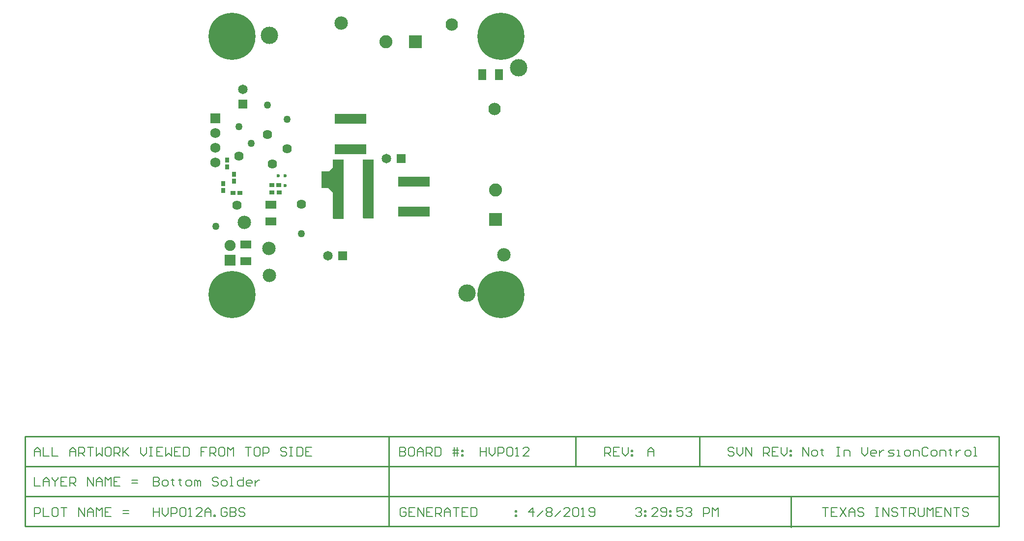
<source format=gbs>
G04*
G04 #@! TF.GenerationSoftware,Altium Limited,Altium Designer,18.1.9 (240)*
G04*
G04 Layer_Color=16711935*
%FSAX25Y25*%
%MOIN*%
G70*
G01*
G75*
%ADD16C,0.01000*%
%ADD17C,0.00800*%
%ADD68C,0.11811*%
%ADD69R,0.03543X0.02756*%
%ADD76C,0.04994*%
%ADD77C,0.06394*%
%ADD78C,0.31890*%
%ADD79R,0.07480X0.07480*%
%ADD80C,0.07480*%
%ADD81R,0.08858X0.08858*%
%ADD82C,0.08858*%
%ADD83C,0.06496*%
%ADD84R,0.06496X0.06496*%
%ADD85C,0.06890*%
%ADD86R,0.06890X0.06890*%
%ADD87R,0.08858X0.08858*%
%ADD88R,0.06496X0.06496*%
%ADD89C,0.09094*%
%ADD90C,0.08394*%
%ADD91C,0.02362*%
%ADD128R,0.07677X0.05512*%
%ADD129R,0.21260X0.06693*%
%ADD130R,0.07402X0.29173*%
%ADD131R,0.02756X0.03543*%
%ADD132R,0.05512X0.07677*%
G36*
X0251300Y0282600D02*
Y0265800D01*
X0249300Y0265900D01*
Y0266100D01*
X0245500Y0269900D01*
X0241200D01*
X0241100Y0269800D01*
Y0281400D01*
X0241200Y0281300D01*
X0246300D01*
X0248700Y0283700D01*
X0250000D01*
X0250100Y0283800D01*
X0251300Y0282600D01*
D02*
G37*
G36*
X0256100Y0262000D02*
Y0249100D01*
X0255700Y0248700D01*
X0249400D01*
X0248600Y0249500D01*
Y0262500D01*
X0248700Y0262600D01*
X0256100Y0262000D01*
D02*
G37*
G36*
X0276400Y0262400D02*
Y0249500D01*
X0276000Y0249100D01*
X0269700D01*
X0268900Y0249900D01*
Y0262900D01*
X0269000Y0263000D01*
X0276400Y0262400D01*
D02*
G37*
G54D16*
X0497200Y0080717D02*
Y0101050D01*
X0413200Y0080717D02*
Y0101050D01*
X0040000Y0080717D02*
X0700200D01*
X0040000Y0060383D02*
X0700000D01*
X0040000Y0040050D02*
X0440500D01*
X0040050Y0101050D02*
X0700200D01*
X0040050Y0040050D02*
Y0101050D01*
Y0040050D02*
X0197600D01*
X0040000D02*
Y0101050D01*
X0286500Y0040050D02*
Y0101050D01*
X0700200Y0040050D02*
Y0101050D01*
X0440500Y0040050D02*
X0700200D01*
X0559400Y0039400D02*
Y0059683D01*
G54D17*
X0126900Y0073549D02*
Y0067551D01*
X0129899D01*
X0130899Y0068550D01*
Y0069550D01*
X0129899Y0070550D01*
X0126900D01*
X0129899D01*
X0130899Y0071549D01*
Y0072549D01*
X0129899Y0073549D01*
X0126900D01*
X0133898Y0067551D02*
X0135897D01*
X0136897Y0068550D01*
Y0070550D01*
X0135897Y0071549D01*
X0133898D01*
X0132898Y0070550D01*
Y0068550D01*
X0133898Y0067551D01*
X0139896Y0072549D02*
Y0071549D01*
X0138896D01*
X0140895D01*
X0139896D01*
Y0068550D01*
X0140895Y0067551D01*
X0144894Y0072549D02*
Y0071549D01*
X0143895D01*
X0145894D01*
X0144894D01*
Y0068550D01*
X0145894Y0067551D01*
X0149893D02*
X0151892D01*
X0152892Y0068550D01*
Y0070550D01*
X0151892Y0071549D01*
X0149893D01*
X0148893Y0070550D01*
Y0068550D01*
X0149893Y0067551D01*
X0154891D02*
Y0071549D01*
X0155891D01*
X0156890Y0070550D01*
Y0067551D01*
Y0070550D01*
X0157890Y0071549D01*
X0158890Y0070550D01*
Y0067551D01*
X0170886Y0072549D02*
X0169886Y0073549D01*
X0167887D01*
X0166887Y0072549D01*
Y0071549D01*
X0167887Y0070550D01*
X0169886D01*
X0170886Y0069550D01*
Y0068550D01*
X0169886Y0067551D01*
X0167887D01*
X0166887Y0068550D01*
X0173885Y0067551D02*
X0175884D01*
X0176884Y0068550D01*
Y0070550D01*
X0175884Y0071549D01*
X0173885D01*
X0172885Y0070550D01*
Y0068550D01*
X0173885Y0067551D01*
X0178883D02*
X0180883D01*
X0179883D01*
Y0073549D01*
X0178883D01*
X0187880D02*
Y0067551D01*
X0184881D01*
X0183882Y0068550D01*
Y0070550D01*
X0184881Y0071549D01*
X0187880D01*
X0192879Y0067551D02*
X0190879D01*
X0189880Y0068550D01*
Y0070550D01*
X0190879Y0071549D01*
X0192879D01*
X0193878Y0070550D01*
Y0069550D01*
X0189880D01*
X0195878Y0071549D02*
Y0067551D01*
Y0069550D01*
X0196877Y0070550D01*
X0197877Y0071549D01*
X0198877D01*
X0567400Y0087833D02*
Y0093831D01*
X0571399Y0087833D01*
Y0093831D01*
X0574398Y0087833D02*
X0576397D01*
X0577397Y0088833D01*
Y0090832D01*
X0576397Y0091832D01*
X0574398D01*
X0573398Y0090832D01*
Y0088833D01*
X0574398Y0087833D01*
X0580396Y0092832D02*
Y0091832D01*
X0579396D01*
X0581395D01*
X0580396D01*
Y0088833D01*
X0581395Y0087833D01*
X0590393Y0093831D02*
X0592392D01*
X0591392D01*
Y0087833D01*
X0590393D01*
X0592392D01*
X0595391D02*
Y0091832D01*
X0598390D01*
X0599390Y0090832D01*
Y0087833D01*
X0607387Y0093831D02*
Y0089833D01*
X0609386Y0087833D01*
X0611386Y0089833D01*
Y0093831D01*
X0616384Y0087833D02*
X0614385D01*
X0613385Y0088833D01*
Y0090832D01*
X0614385Y0091832D01*
X0616384D01*
X0617384Y0090832D01*
Y0089833D01*
X0613385D01*
X0619383Y0091832D02*
Y0087833D01*
Y0089833D01*
X0620383Y0090832D01*
X0621383Y0091832D01*
X0622382D01*
X0625381Y0087833D02*
X0628380D01*
X0629380Y0088833D01*
X0628380Y0089833D01*
X0626381D01*
X0625381Y0090832D01*
X0626381Y0091832D01*
X0629380D01*
X0631379Y0087833D02*
X0633379D01*
X0632379D01*
Y0091832D01*
X0631379D01*
X0637377Y0087833D02*
X0639377D01*
X0640376Y0088833D01*
Y0090832D01*
X0639377Y0091832D01*
X0637377D01*
X0636378Y0090832D01*
Y0088833D01*
X0637377Y0087833D01*
X0642376D02*
Y0091832D01*
X0645375D01*
X0646374Y0090832D01*
Y0087833D01*
X0652373Y0092832D02*
X0651373Y0093831D01*
X0649373D01*
X0648374Y0092832D01*
Y0088833D01*
X0649373Y0087833D01*
X0651373D01*
X0652373Y0088833D01*
X0655372Y0087833D02*
X0657371D01*
X0658371Y0088833D01*
Y0090832D01*
X0657371Y0091832D01*
X0655372D01*
X0654372Y0090832D01*
Y0088833D01*
X0655372Y0087833D01*
X0660370D02*
Y0091832D01*
X0663369D01*
X0664369Y0090832D01*
Y0087833D01*
X0667368Y0092832D02*
Y0091832D01*
X0666368D01*
X0668367D01*
X0667368D01*
Y0088833D01*
X0668367Y0087833D01*
X0671366Y0091832D02*
Y0087833D01*
Y0089833D01*
X0672366Y0090832D01*
X0673366Y0091832D01*
X0674365D01*
X0678364Y0087833D02*
X0680364D01*
X0681363Y0088833D01*
Y0090832D01*
X0680364Y0091832D01*
X0678364D01*
X0677364Y0090832D01*
Y0088833D01*
X0678364Y0087833D01*
X0683362D02*
X0685362D01*
X0684362D01*
Y0093831D01*
X0683362D01*
X0520799Y0092832D02*
X0519799Y0093831D01*
X0517800D01*
X0516800Y0092832D01*
Y0091832D01*
X0517800Y0090832D01*
X0519799D01*
X0520799Y0089833D01*
Y0088833D01*
X0519799Y0087833D01*
X0517800D01*
X0516800Y0088833D01*
X0522798Y0093831D02*
Y0089833D01*
X0524797Y0087833D01*
X0526797Y0089833D01*
Y0093831D01*
X0528796Y0087833D02*
Y0093831D01*
X0532795Y0087833D01*
Y0093831D01*
X0540792Y0087833D02*
Y0093831D01*
X0543791D01*
X0544791Y0092832D01*
Y0090832D01*
X0543791Y0089833D01*
X0540792D01*
X0542792D02*
X0544791Y0087833D01*
X0550789Y0093831D02*
X0546790D01*
Y0087833D01*
X0550789D01*
X0546790Y0090832D02*
X0548790D01*
X0552788Y0093831D02*
Y0089833D01*
X0554788Y0087833D01*
X0556787Y0089833D01*
Y0093831D01*
X0558786Y0091832D02*
X0559786D01*
Y0090832D01*
X0558786D01*
Y0091832D01*
Y0088833D02*
X0559786D01*
Y0087833D01*
X0558786D01*
Y0088833D01*
X0433000Y0087833D02*
Y0093831D01*
X0435999D01*
X0436999Y0092832D01*
Y0090832D01*
X0435999Y0089833D01*
X0433000D01*
X0434999D02*
X0436999Y0087833D01*
X0442997Y0093831D02*
X0438998D01*
Y0087833D01*
X0442997D01*
X0438998Y0090832D02*
X0440997D01*
X0444996Y0093831D02*
Y0089833D01*
X0446995Y0087833D01*
X0448995Y0089833D01*
Y0093831D01*
X0450994Y0091832D02*
X0451994D01*
Y0090832D01*
X0450994D01*
Y0091832D01*
Y0088833D02*
X0451994D01*
Y0087833D01*
X0450994D01*
Y0088833D01*
X0126900Y0052965D02*
Y0046966D01*
Y0049966D01*
X0130899D01*
Y0052965D01*
Y0046966D01*
X0132898Y0052965D02*
Y0048966D01*
X0134897Y0046966D01*
X0136897Y0048966D01*
Y0052965D01*
X0138896Y0046966D02*
Y0052965D01*
X0141895D01*
X0142895Y0051965D01*
Y0049966D01*
X0141895Y0048966D01*
X0138896D01*
X0144894Y0051965D02*
X0145894Y0052965D01*
X0147893D01*
X0148893Y0051965D01*
Y0047966D01*
X0147893Y0046966D01*
X0145894D01*
X0144894Y0047966D01*
Y0051965D01*
X0150892Y0046966D02*
X0152892D01*
X0151892D01*
Y0052965D01*
X0150892Y0051965D01*
X0159889Y0046966D02*
X0155891D01*
X0159889Y0050965D01*
Y0051965D01*
X0158890Y0052965D01*
X0156890D01*
X0155891Y0051965D01*
X0161889Y0046966D02*
Y0050965D01*
X0163888Y0052965D01*
X0165887Y0050965D01*
Y0046966D01*
Y0049966D01*
X0161889D01*
X0167887Y0046966D02*
Y0047966D01*
X0168886D01*
Y0046966D01*
X0167887D01*
X0176884Y0051965D02*
X0175884Y0052965D01*
X0173885D01*
X0172885Y0051965D01*
Y0047966D01*
X0173885Y0046966D01*
X0175884D01*
X0176884Y0047966D01*
Y0049966D01*
X0174884D01*
X0178883Y0052965D02*
Y0046966D01*
X0181882D01*
X0182882Y0047966D01*
Y0048966D01*
X0181882Y0049966D01*
X0178883D01*
X0181882D01*
X0182882Y0050965D01*
Y0051965D01*
X0181882Y0052965D01*
X0178883D01*
X0188880Y0051965D02*
X0187880Y0052965D01*
X0185881D01*
X0184881Y0051965D01*
Y0050965D01*
X0185881Y0049966D01*
X0187880D01*
X0188880Y0048966D01*
Y0047966D01*
X0187880Y0046966D01*
X0185881D01*
X0184881Y0047966D01*
X0384149Y0046966D02*
Y0052965D01*
X0381150Y0049966D01*
X0385149D01*
X0387148Y0046966D02*
X0391147Y0050965D01*
X0393146Y0051965D02*
X0394146Y0052965D01*
X0396145D01*
X0397145Y0051965D01*
Y0050965D01*
X0396145Y0049966D01*
X0397145Y0048966D01*
Y0047966D01*
X0396145Y0046966D01*
X0394146D01*
X0393146Y0047966D01*
Y0048966D01*
X0394146Y0049966D01*
X0393146Y0050965D01*
Y0051965D01*
X0394146Y0049966D02*
X0396145D01*
X0399144Y0046966D02*
X0403143Y0050965D01*
X0409141Y0046966D02*
X0405142D01*
X0409141Y0050965D01*
Y0051965D01*
X0408141Y0052965D01*
X0406142D01*
X0405142Y0051965D01*
X0411140D02*
X0412140Y0052965D01*
X0414139D01*
X0415139Y0051965D01*
Y0047966D01*
X0414139Y0046966D01*
X0412140D01*
X0411140Y0047966D01*
Y0051965D01*
X0417138Y0046966D02*
X0419138D01*
X0418138D01*
Y0052965D01*
X0417138Y0051965D01*
X0422137Y0047966D02*
X0423136Y0046966D01*
X0425136D01*
X0426135Y0047966D01*
Y0051965D01*
X0425136Y0052965D01*
X0423136D01*
X0422137Y0051965D01*
Y0050965D01*
X0423136Y0049966D01*
X0426135D01*
X0298199Y0051965D02*
X0297199Y0052965D01*
X0295200D01*
X0294200Y0051965D01*
Y0047966D01*
X0295200Y0046966D01*
X0297199D01*
X0298199Y0047966D01*
Y0049966D01*
X0296199D01*
X0304197Y0052965D02*
X0300198D01*
Y0046966D01*
X0304197D01*
X0300198Y0049966D02*
X0302197D01*
X0306196Y0046966D02*
Y0052965D01*
X0310195Y0046966D01*
Y0052965D01*
X0316193D02*
X0312194D01*
Y0046966D01*
X0316193D01*
X0312194Y0049966D02*
X0314194D01*
X0318192Y0046966D02*
Y0052965D01*
X0321191D01*
X0322191Y0051965D01*
Y0049966D01*
X0321191Y0048966D01*
X0318192D01*
X0320192D02*
X0322191Y0046966D01*
X0324190D02*
Y0050965D01*
X0326190Y0052965D01*
X0328189Y0050965D01*
Y0046966D01*
Y0049966D01*
X0324190D01*
X0330188Y0052965D02*
X0334187D01*
X0332188D01*
Y0046966D01*
X0340185Y0052965D02*
X0336186D01*
Y0046966D01*
X0340185D01*
X0336186Y0049966D02*
X0338186D01*
X0342184Y0052965D02*
Y0046966D01*
X0345183D01*
X0346183Y0047966D01*
Y0051965D01*
X0345183Y0052965D01*
X0342184D01*
X0372175Y0050965D02*
X0373175D01*
Y0049966D01*
X0372175D01*
Y0050965D01*
Y0047966D02*
X0373175D01*
Y0046966D01*
X0372175D01*
Y0047966D01*
X0046350Y0087833D02*
Y0091832D01*
X0048349Y0093831D01*
X0050349Y0091832D01*
Y0087833D01*
Y0090832D01*
X0046350D01*
X0052348Y0093831D02*
Y0087833D01*
X0056347D01*
X0058346Y0093831D02*
Y0087833D01*
X0062345D01*
X0070342D02*
Y0091832D01*
X0072342Y0093831D01*
X0074341Y0091832D01*
Y0087833D01*
Y0090832D01*
X0070342D01*
X0076340Y0087833D02*
Y0093831D01*
X0079339D01*
X0080339Y0092832D01*
Y0090832D01*
X0079339Y0089833D01*
X0076340D01*
X0078340D02*
X0080339Y0087833D01*
X0082338Y0093831D02*
X0086337D01*
X0084338D01*
Y0087833D01*
X0088336Y0093831D02*
Y0087833D01*
X0090336Y0089833D01*
X0092335Y0087833D01*
Y0093831D01*
X0097334D02*
X0095334D01*
X0094335Y0092832D01*
Y0088833D01*
X0095334Y0087833D01*
X0097334D01*
X0098333Y0088833D01*
Y0092832D01*
X0097334Y0093831D01*
X0100332Y0087833D02*
Y0093831D01*
X0103332D01*
X0104331Y0092832D01*
Y0090832D01*
X0103332Y0089833D01*
X0100332D01*
X0102332D02*
X0104331Y0087833D01*
X0106331Y0093831D02*
Y0087833D01*
Y0089833D01*
X0110329Y0093831D01*
X0107330Y0090832D01*
X0110329Y0087833D01*
X0118327Y0093831D02*
Y0089833D01*
X0120326Y0087833D01*
X0122325Y0089833D01*
Y0093831D01*
X0124325D02*
X0126324D01*
X0125324D01*
Y0087833D01*
X0124325D01*
X0126324D01*
X0133322Y0093831D02*
X0129323D01*
Y0087833D01*
X0133322D01*
X0129323Y0090832D02*
X0131323D01*
X0135321Y0093831D02*
Y0087833D01*
X0137321Y0089833D01*
X0139320Y0087833D01*
Y0093831D01*
X0145318D02*
X0141319D01*
Y0087833D01*
X0145318D01*
X0141319Y0090832D02*
X0143319D01*
X0147317Y0093831D02*
Y0087833D01*
X0150316D01*
X0151316Y0088833D01*
Y0092832D01*
X0150316Y0093831D01*
X0147317D01*
X0163312D02*
X0159313D01*
Y0090832D01*
X0161313D01*
X0159313D01*
Y0087833D01*
X0165312D02*
Y0093831D01*
X0168310D01*
X0169310Y0092832D01*
Y0090832D01*
X0168310Y0089833D01*
X0165312D01*
X0167311D02*
X0169310Y0087833D01*
X0174309Y0093831D02*
X0172309D01*
X0171310Y0092832D01*
Y0088833D01*
X0172309Y0087833D01*
X0174309D01*
X0175308Y0088833D01*
Y0092832D01*
X0174309Y0093831D01*
X0177308Y0087833D02*
Y0093831D01*
X0179307Y0091832D01*
X0181306Y0093831D01*
Y0087833D01*
X0189304Y0093831D02*
X0193303D01*
X0191303D01*
Y0087833D01*
X0198301Y0093831D02*
X0196301D01*
X0195302Y0092832D01*
Y0088833D01*
X0196301Y0087833D01*
X0198301D01*
X0199301Y0088833D01*
Y0092832D01*
X0198301Y0093831D01*
X0201300Y0087833D02*
Y0093831D01*
X0204299D01*
X0205299Y0092832D01*
Y0090832D01*
X0204299Y0089833D01*
X0201300D01*
X0217295Y0092832D02*
X0216295Y0093831D01*
X0214296D01*
X0213296Y0092832D01*
Y0091832D01*
X0214296Y0090832D01*
X0216295D01*
X0217295Y0089833D01*
Y0088833D01*
X0216295Y0087833D01*
X0214296D01*
X0213296Y0088833D01*
X0219294Y0093831D02*
X0221293D01*
X0220294D01*
Y0087833D01*
X0219294D01*
X0221293D01*
X0224292Y0093831D02*
Y0087833D01*
X0227291D01*
X0228291Y0088833D01*
Y0092832D01*
X0227291Y0093831D01*
X0224292D01*
X0234289D02*
X0230291D01*
Y0087833D01*
X0234289D01*
X0230291Y0090832D02*
X0232290D01*
X0462150Y0087833D02*
Y0091832D01*
X0464149Y0093831D01*
X0466149Y0091832D01*
Y0087833D01*
Y0090832D01*
X0462150D01*
X0348550Y0093831D02*
Y0087833D01*
Y0090832D01*
X0352549D01*
Y0093831D01*
Y0087833D01*
X0354548Y0093831D02*
Y0089833D01*
X0356547Y0087833D01*
X0358547Y0089833D01*
Y0093831D01*
X0360546Y0087833D02*
Y0093831D01*
X0363545D01*
X0364545Y0092832D01*
Y0090832D01*
X0363545Y0089833D01*
X0360546D01*
X0366544Y0092832D02*
X0367544Y0093831D01*
X0369543D01*
X0370543Y0092832D01*
Y0088833D01*
X0369543Y0087833D01*
X0367544D01*
X0366544Y0088833D01*
Y0092832D01*
X0372542Y0087833D02*
X0374542D01*
X0373542D01*
Y0093831D01*
X0372542Y0092832D01*
X0381539Y0087833D02*
X0377541D01*
X0381539Y0091832D01*
Y0092832D01*
X0380540Y0093831D01*
X0378540D01*
X0377541Y0092832D01*
X0294000Y0093831D02*
Y0087833D01*
X0296999D01*
X0297999Y0088833D01*
Y0089833D01*
X0296999Y0090832D01*
X0294000D01*
X0296999D01*
X0297999Y0091832D01*
Y0092832D01*
X0296999Y0093831D01*
X0294000D01*
X0302997D02*
X0300998D01*
X0299998Y0092832D01*
Y0088833D01*
X0300998Y0087833D01*
X0302997D01*
X0303997Y0088833D01*
Y0092832D01*
X0302997Y0093831D01*
X0305996Y0087833D02*
Y0091832D01*
X0307996Y0093831D01*
X0309995Y0091832D01*
Y0087833D01*
Y0090832D01*
X0305996D01*
X0311994Y0087833D02*
Y0093831D01*
X0314993D01*
X0315993Y0092832D01*
Y0090832D01*
X0314993Y0089833D01*
X0311994D01*
X0313994D02*
X0315993Y0087833D01*
X0317992Y0093831D02*
Y0087833D01*
X0320991D01*
X0321991Y0088833D01*
Y0092832D01*
X0320991Y0093831D01*
X0317992D01*
X0330988Y0087833D02*
Y0093831D01*
X0332987D02*
Y0087833D01*
X0329988Y0091832D02*
X0332987D01*
X0333987D01*
X0329988Y0089833D02*
X0333987D01*
X0335986Y0091832D02*
X0336986D01*
Y0090832D01*
X0335986D01*
Y0091832D01*
Y0088833D02*
X0336986D01*
Y0087833D01*
X0335986D01*
Y0088833D01*
X0046350Y0073549D02*
Y0067551D01*
X0050349D01*
X0052348D02*
Y0071549D01*
X0054347Y0073549D01*
X0056347Y0071549D01*
Y0067551D01*
Y0070550D01*
X0052348D01*
X0058346Y0073549D02*
Y0072549D01*
X0060346Y0070550D01*
X0062345Y0072549D01*
Y0073549D01*
X0060346Y0070550D02*
Y0067551D01*
X0068343Y0073549D02*
X0064344D01*
Y0067551D01*
X0068343D01*
X0064344Y0070550D02*
X0066343D01*
X0070342Y0067551D02*
Y0073549D01*
X0073341D01*
X0074341Y0072549D01*
Y0070550D01*
X0073341Y0069550D01*
X0070342D01*
X0072342D02*
X0074341Y0067551D01*
X0082338D02*
Y0073549D01*
X0086337Y0067551D01*
Y0073549D01*
X0088336Y0067551D02*
Y0071549D01*
X0090336Y0073549D01*
X0092335Y0071549D01*
Y0067551D01*
Y0070550D01*
X0088336D01*
X0094335Y0067551D02*
Y0073549D01*
X0096334Y0071549D01*
X0098333Y0073549D01*
Y0067551D01*
X0104331Y0073549D02*
X0100332D01*
Y0067551D01*
X0104331D01*
X0100332Y0070550D02*
X0102332D01*
X0112329Y0069550D02*
X0116327D01*
X0112329Y0071549D02*
X0116327D01*
X0046350Y0046966D02*
Y0052965D01*
X0049349D01*
X0050349Y0051965D01*
Y0049966D01*
X0049349Y0048966D01*
X0046350D01*
X0052348Y0052965D02*
Y0046966D01*
X0056347D01*
X0061345Y0052965D02*
X0059346D01*
X0058346Y0051965D01*
Y0047966D01*
X0059346Y0046966D01*
X0061345D01*
X0062345Y0047966D01*
Y0051965D01*
X0061345Y0052965D01*
X0064344D02*
X0068343D01*
X0066343D01*
Y0046966D01*
X0076340D02*
Y0052965D01*
X0080339Y0046966D01*
Y0052965D01*
X0082338Y0046966D02*
Y0050965D01*
X0084338Y0052965D01*
X0086337Y0050965D01*
Y0046966D01*
Y0049966D01*
X0082338D01*
X0088336Y0046966D02*
Y0052965D01*
X0090336Y0050965D01*
X0092335Y0052965D01*
Y0046966D01*
X0098333Y0052965D02*
X0094335D01*
Y0046966D01*
X0098333D01*
X0094335Y0049966D02*
X0096334D01*
X0106331Y0048966D02*
X0110329D01*
X0106331Y0050965D02*
X0110329D01*
X0454050Y0051965D02*
X0455050Y0052965D01*
X0457049D01*
X0458049Y0051965D01*
Y0050965D01*
X0457049Y0049966D01*
X0456049D01*
X0457049D01*
X0458049Y0048966D01*
Y0047966D01*
X0457049Y0046966D01*
X0455050D01*
X0454050Y0047966D01*
X0460048Y0050965D02*
X0461048D01*
Y0049966D01*
X0460048D01*
Y0050965D01*
Y0047966D02*
X0461048D01*
Y0046966D01*
X0460048D01*
Y0047966D01*
X0469045Y0046966D02*
X0465046D01*
X0469045Y0050965D01*
Y0051965D01*
X0468046Y0052965D01*
X0466046D01*
X0465046Y0051965D01*
X0471044Y0047966D02*
X0472044Y0046966D01*
X0474044D01*
X0475043Y0047966D01*
Y0051965D01*
X0474044Y0052965D01*
X0472044D01*
X0471044Y0051965D01*
Y0050965D01*
X0472044Y0049966D01*
X0475043D01*
X0477043Y0050965D02*
X0478042D01*
Y0049966D01*
X0477043D01*
Y0050965D01*
Y0047966D02*
X0478042D01*
Y0046966D01*
X0477043D01*
Y0047966D01*
X0486040Y0052965D02*
X0482041D01*
Y0049966D01*
X0484040Y0050965D01*
X0485040D01*
X0486040Y0049966D01*
Y0047966D01*
X0485040Y0046966D01*
X0483041D01*
X0482041Y0047966D01*
X0488039Y0051965D02*
X0489039Y0052965D01*
X0491038D01*
X0492038Y0051965D01*
Y0050965D01*
X0491038Y0049966D01*
X0490038D01*
X0491038D01*
X0492038Y0048966D01*
Y0047966D01*
X0491038Y0046966D01*
X0489039D01*
X0488039Y0047966D01*
X0500035Y0046966D02*
Y0052965D01*
X0503034D01*
X0504034Y0051965D01*
Y0049966D01*
X0503034Y0048966D01*
X0500035D01*
X0506033Y0046966D02*
Y0052965D01*
X0508033Y0050965D01*
X0510032Y0052965D01*
Y0046966D01*
X0580500Y0052965D02*
X0584499D01*
X0582499D01*
Y0046966D01*
X0590497Y0052965D02*
X0586498D01*
Y0046966D01*
X0590497D01*
X0586498Y0049966D02*
X0588497D01*
X0592496Y0052965D02*
X0596495Y0046966D01*
Y0052965D02*
X0592496Y0046966D01*
X0598494D02*
Y0050965D01*
X0600493Y0052965D01*
X0602493Y0050965D01*
Y0046966D01*
Y0049966D01*
X0598494D01*
X0608491Y0051965D02*
X0607491Y0052965D01*
X0605492D01*
X0604492Y0051965D01*
Y0050965D01*
X0605492Y0049966D01*
X0607491D01*
X0608491Y0048966D01*
Y0047966D01*
X0607491Y0046966D01*
X0605492D01*
X0604492Y0047966D01*
X0616488Y0052965D02*
X0618488D01*
X0617488D01*
Y0046966D01*
X0616488D01*
X0618488D01*
X0621487D02*
Y0052965D01*
X0625486Y0046966D01*
Y0052965D01*
X0631484Y0051965D02*
X0630484Y0052965D01*
X0628484D01*
X0627485Y0051965D01*
Y0050965D01*
X0628484Y0049966D01*
X0630484D01*
X0631484Y0048966D01*
Y0047966D01*
X0630484Y0046966D01*
X0628484D01*
X0627485Y0047966D01*
X0633483Y0052965D02*
X0637482D01*
X0635482D01*
Y0046966D01*
X0639481D02*
Y0052965D01*
X0642480D01*
X0643480Y0051965D01*
Y0049966D01*
X0642480Y0048966D01*
X0639481D01*
X0641480D02*
X0643480Y0046966D01*
X0645479Y0052965D02*
Y0047966D01*
X0646479Y0046966D01*
X0648478D01*
X0649478Y0047966D01*
Y0052965D01*
X0651477Y0046966D02*
Y0052965D01*
X0653476Y0050965D01*
X0655476Y0052965D01*
Y0046966D01*
X0661474Y0052965D02*
X0657475D01*
Y0046966D01*
X0661474D01*
X0657475Y0049966D02*
X0659474D01*
X0663473Y0046966D02*
Y0052965D01*
X0667472Y0046966D01*
Y0052965D01*
X0669471D02*
X0673470D01*
X0671471D01*
Y0046966D01*
X0679468Y0051965D02*
X0678468Y0052965D01*
X0676469D01*
X0675469Y0051965D01*
Y0050965D01*
X0676469Y0049966D01*
X0678468D01*
X0679468Y0048966D01*
Y0047966D01*
X0678468Y0046966D01*
X0676469D01*
X0675469Y0047966D01*
G54D68*
X0205700Y0373600D02*
D03*
X0374700Y0351400D02*
D03*
X0339500Y0198500D02*
D03*
G54D69*
X0211962Y0271700D02*
D03*
X0207238D02*
D03*
X0207438Y0266700D02*
D03*
X0212162D02*
D03*
X0180838Y0266500D02*
D03*
X0185562D02*
D03*
G54D76*
X0169358Y0243858D02*
D03*
X0204300Y0326100D02*
D03*
X0217500Y0316500D02*
D03*
X0185100Y0311400D02*
D03*
X0227400Y0238700D02*
D03*
X0193458Y0300242D02*
D03*
G54D77*
X0183500Y0258000D02*
D03*
X0204300Y0306100D02*
D03*
X0217500Y0296500D02*
D03*
X0185100Y0291400D02*
D03*
X0227400Y0258700D02*
D03*
X0207600Y0286100D02*
D03*
G54D78*
X0180200Y0372900D02*
D03*
Y0197400D02*
D03*
X0362700D02*
D03*
Y0372900D02*
D03*
G54D79*
X0179000Y0220800D02*
D03*
G54D80*
Y0230800D02*
D03*
G54D81*
X0304800Y0369000D02*
D03*
G54D82*
X0284800D02*
D03*
X0359000Y0268400D02*
D03*
G54D83*
X0187700Y0336900D02*
D03*
X0245200Y0223900D02*
D03*
X0285100Y0289700D02*
D03*
G54D84*
X0187700Y0326900D02*
D03*
G54D85*
X0169000Y0287000D02*
D03*
Y0297000D02*
D03*
Y0307000D02*
D03*
G54D86*
Y0317000D02*
D03*
G54D87*
X0359000Y0248400D02*
D03*
G54D88*
X0255200Y0223900D02*
D03*
X0295100Y0289700D02*
D03*
G54D89*
X0205200Y0228900D02*
D03*
X0188800Y0246500D02*
D03*
X0205600Y0210400D02*
D03*
X0254300Y0381700D02*
D03*
X0364700Y0224400D02*
D03*
G54D90*
X0329400Y0380700D02*
D03*
X0358400Y0323500D02*
D03*
G54D91*
X0211638Y0271447D02*
D03*
X0216362D02*
D03*
X0211638Y0278239D02*
D03*
X0216362D02*
D03*
G54D128*
X0206600Y0258609D02*
D03*
Y0247191D02*
D03*
X0189600Y0219991D02*
D03*
Y0231409D02*
D03*
G54D129*
X0260500Y0316736D02*
D03*
Y0296264D02*
D03*
X0303700Y0253664D02*
D03*
Y0274136D02*
D03*
G54D130*
X0252242Y0274400D02*
D03*
X0272557D02*
D03*
G54D131*
X0174300Y0272962D02*
D03*
Y0268238D02*
D03*
X0181700Y0279062D02*
D03*
Y0274338D02*
D03*
X0177100Y0288962D02*
D03*
Y0284238D02*
D03*
G54D132*
X0349991Y0346900D02*
D03*
X0361409D02*
D03*
M02*

</source>
